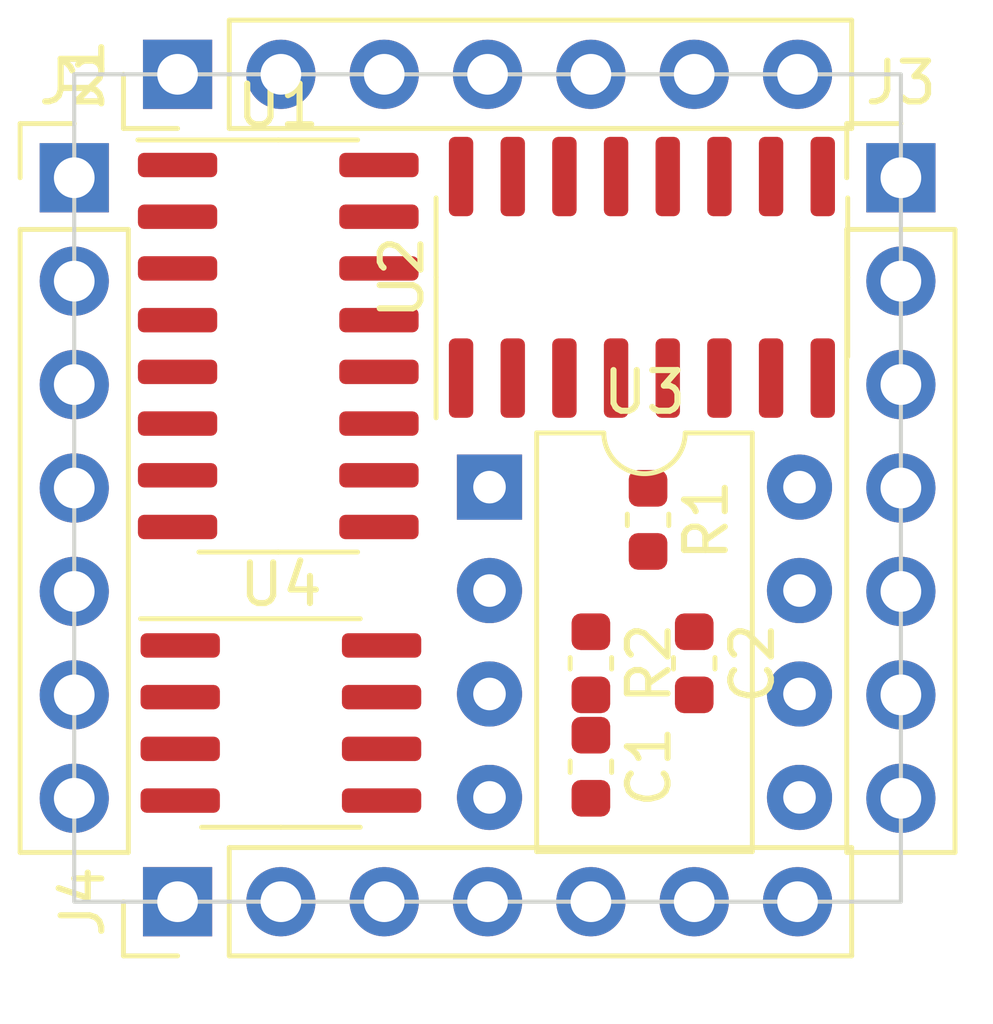
<source format=kicad_pcb>
(kicad_pcb (version 20221018) (generator pcbnew)
  (layers (0 "F.Cu" signal) (31 "B.Cu" signal) (34 "B.Paste" user) (35 "F.Paste" user) (36 "B.SilkS" user "B.Silkscreen") (37 "F.SilkS" user "F.Silkscreen") (38 "B.Mask" user) (39 "F.Mask" user) (44 "Edge.Cuts" user))
  (net 0 "")
  (net 30 "GND")
  (net 31 "+5V")
  (net 32 "Net-(U4-CV)")
  (net 33 "/trigger")
  (net 34 "Net-(U4-DIS)")
  (net 35 "/bit_1")
  (net 36 "/bit_2")
  (net 37 "/bit_3")
  (net 38 "/bit_4")
  (net 39 "/bit_5")
  (net 40 "/bit_6")
  (net 41 "/bit_7")
  (net 42 "/stage_two_ser")
  (net 43 "/srclk")
  (net 44 "/rclk")
  (net 45 "/stage_one_ser")
  (net 46 "/bit_0")
  (net 47 "/bit_9")
  (net 48 "/bit_10")
  (net 49 "/bit_11")
  (net 50 "/bit_12")
  (net 51 "/bit_13")
  (net 52 "/bit_14")
  (net 53 "/bit_15")
  (net 54 "/bit_8")
  (net 55 "/ser_input")
  (footprint "Package_SO:SOIC-16_3.9x9.9mm_P1.27mm" (layer "F.Cu") (at 17.715 19.372505)
    (fp_text reference "U1" (at 0 -5.9) (layer "F.SilkS"))
    (fp_text value "74HC595")
    (fp_line (start 0 -5.06) (end -3.45 -5.06) (stroke (width 0.12)) (layer "F.SilkS"))
    (fp_line (start 0 -5.06) (end 1.95 -5.06) (stroke (width 0.12)) (layer "F.SilkS"))
    (fp_line (start 0 5.06) (end -1.95 5.06) (stroke (width 0.12)) (layer "F.SilkS"))
    (fp_line (start 0 5.06) (end 1.95 5.06) (stroke (width 0.12)) (layer "F.SilkS"))
    (pad "1" smd roundrect (at -2.475 -4.445) (size 1.95 0.6) (layers "F.Cu" "F.Paste" "F.Mask") (net 35 "/bit_1"))
    (pad "2" smd roundrect (at -2.475 -3.175) (size 1.95 0.6) (layers "F.Cu" "F.Paste" "F.Mask") (net 36 "/bit_2"))
    (pad "3" smd roundrect (at -2.475 -1.905) (size 1.95 0.6) (layers "F.Cu" "F.Paste" "F.Mask") (net 37 "/bit_3"))
    (pad "4" smd roundrect (at -2.475 -0.635) (size 1.95 0.6) (layers "F.Cu" "F.Paste" "F.Mask") (net 38 "/bit_4"))
    (pad "5" smd roundrect (at -2.475 0.635) (size 1.95 0.6) (layers "F.Cu" "F.Paste" "F.Mask") (net 39 "/bit_5"))
    (pad "6" smd roundrect (at -2.475 1.905) (size 1.95 0.6) (layers "F.Cu" "F.Paste" "F.Mask") (net 40 "/bit_6"))
    (pad "7" smd roundrect (at -2.475 3.175) (size 1.95 0.6) (layers "F.Cu" "F.Paste" "F.Mask") (net 41 "/bit_7"))
    (pad "8" smd roundrect (at -2.475 4.445) (size 1.95 0.6) (layers "F.Cu" "F.Paste" "F.Mask") (net 30 "GND"))
    (pad "9" smd roundrect (at 2.475 4.445) (size 1.95 0.6) (layers "F.Cu" "F.Paste" "F.Mask") (net 42 "/stage_two_ser"))
    (pad "10" smd roundrect (at 2.475 3.175) (size 1.95 0.6) (layers "F.Cu" "F.Paste" "F.Mask") (net 31 "+5V"))
    (pad "11" smd roundrect (at 2.475 1.905) (size 1.95 0.6) (layers "F.Cu" "F.Paste" "F.Mask") (net 43 "/srclk"))
    (pad "12" smd roundrect (at 2.475 0.635) (size 1.95 0.6) (layers "F.Cu" "F.Paste" "F.Mask") (net 44 "/rclk"))
    (pad "13" smd roundrect (at 2.475 -0.635) (size 1.95 0.6) (layers "F.Cu" "F.Paste" "F.Mask") (net 30 "GND"))
    (pad "14" smd roundrect (at 2.475 -1.905) (size 1.95 0.6) (layers "F.Cu" "F.Paste" "F.Mask") (net 45 "/stage_one_ser"))
    (pad "15" smd roundrect (at 2.475 -3.175) (size 1.95 0.6) (layers "F.Cu" "F.Paste" "F.Mask") (net 46 "/bit_0"))
    (pad "16" smd roundrect (at 2.475 -4.445) (size 1.95 0.6) (layers "F.Cu" "F.Paste" "F.Mask") (net 31 "+5V"))
  )
  (footprint "Package_SO:SOIC-8_3.9x4.9mm_P1.27mm" (layer "F.Cu") (at 17.78 28.63123)
    (fp_text reference "U4" (at 0 -3.4) (layer "F.SilkS"))
    (fp_text value "NA555D")
    (fp_line (start 0 -2.56) (end -3.45 -2.56) (stroke (width 0.12)) (layer "F.SilkS"))
    (fp_line (start 0 -2.56) (end 1.95 -2.56) (stroke (width 0.12)) (layer "F.SilkS"))
    (fp_line (start 0 2.56) (end -1.95 2.56) (stroke (width 0.12)) (layer "F.SilkS"))
    (fp_line (start 0 2.56) (end 1.95 2.56) (stroke (width 0.12)) (layer "F.SilkS"))
    (pad "1" smd roundrect (at -2.475 -1.905) (size 1.95 0.6) (layers "F.Cu" "F.Paste" "F.Mask") (net 30 "GND"))
    (pad "2" smd roundrect (at -2.475 -0.635) (size 1.95 0.6) (layers "F.Cu" "F.Paste" "F.Mask") (net 33 "/trigger"))
    (pad "3" smd roundrect (at -2.475 0.635) (size 1.95 0.6) (layers "F.Cu" "F.Paste" "F.Mask") (net 43 "/srclk"))
    (pad "4" smd roundrect (at -2.475 1.905) (size 1.95 0.6) (layers "F.Cu" "F.Paste" "F.Mask") (net 31 "+5V"))
    (pad "5" smd roundrect (at 2.475 1.905) (size 1.95 0.6) (layers "F.Cu" "F.Paste" "F.Mask") (net 32 "Net-(U4-CV)"))
    (pad "6" smd roundrect (at 2.475 0.635) (size 1.95 0.6) (layers "F.Cu" "F.Paste" "F.Mask") (net 33 "/trigger"))
    (pad "7" smd roundrect (at 2.475 -0.635) (size 1.95 0.6) (layers "F.Cu" "F.Paste" "F.Mask") (net 34 "Net-(U4-DIS)"))
    (pad "8" smd roundrect (at 2.475 -1.905) (size 1.95 0.6) (layers "F.Cu" "F.Paste" "F.Mask") (net 31 "+5V"))
  )
  (footprint "Connector_PinHeader_2.54mm:PinHeader_1x07_P2.54mm_Vertical" (layer "F.Cu") (at 33.02 15.24)
    (fp_text reference "J3" (at 0 -2.33) (layer "F.SilkS"))
    (fp_text value "RIGHT")
    (fp_line (start -1.33 -1.33) (end 0 -1.33) (stroke (width 0.12)) (layer "F.SilkS"))
    (fp_line (start -1.33 0) (end -1.33 -1.33) (stroke (width 0.12)) (layer "F.SilkS"))
    (fp_line (start -1.33 1.27) (end -1.33 16.57) (stroke (width 0.12)) (layer "F.SilkS"))
    (fp_line (start -1.33 1.27) (end 1.33 1.27) (stroke (width 0.12)) (layer "F.SilkS"))
    (fp_line (start -1.33 16.57) (end 1.33 16.57) (stroke (width 0.12)) (layer "F.SilkS"))
    (fp_line (start 1.33 1.27) (end 1.33 16.57) (stroke (width 0.12)) (layer "F.SilkS"))
    (pad "1" thru_hole rect (at 0 0) (size 1.7 1.7) (drill 1) (layers "*.Cu" "*.Mask"))
    (pad "2" thru_hole oval (at 0 2.54) (size 1.7 1.7) (drill 1) (layers "*.Cu" "*.Mask"))
    (pad "3" thru_hole oval (at 0 5.08) (size 1.7 1.7) (drill 1) (layers "*.Cu" "*.Mask"))
    (pad "4" thru_hole oval (at 0 7.62) (size 1.7 1.7) (drill 1) (layers "*.Cu" "*.Mask"))
    (pad "5" thru_hole oval (at 0 10.16) (size 1.7 1.7) (drill 1) (layers "*.Cu" "*.Mask"))
    (pad "6" thru_hole oval (at 0 12.7) (size 1.7 1.7) (drill 1) (layers "*.Cu" "*.Mask"))
    (pad "7" thru_hole oval (at 0 15.24) (size 1.7 1.7) (drill 1) (layers "*.Cu" "*.Mask"))
  )
  (footprint "Capacitor_SMD:C_0603_1608Metric" (layer "F.Cu") (at 26.805226 23.642565 -90)
    (fp_text reference "R1" (at 0 -1.43 90) (layer "F.SilkS"))
    (fp_text value "R")
    (fp_line (start -0.14058 -0.51) (end 0.14058 -0.51) (stroke (width 0.12)) (layer "F.SilkS"))
    (fp_line (start -0.14058 0.51) (end 0.14058 0.51) (stroke (width 0.12)) (layer "F.SilkS"))
    (pad "1" smd roundrect (at -0.775 0 270) (size 0.9 0.95) (layers "F.Cu" "F.Paste" "F.Mask") (net 31 "+5V"))
    (pad "2" smd roundrect (at 0.775 0 270) (size 0.9 0.95) (layers "F.Cu" "F.Paste" "F.Mask") (net 34 "Net-(U4-DIS)"))
  )
  (footprint "Connector_PinHeader_2.54mm:PinHeader_1x07_P2.54mm_Vertical" (layer "F.Cu") (at 15.24 33.02 90)
    (fp_text reference "J4" (at 0 -2.33 90) (layer "F.SilkS"))
    (fp_text value "BOTTOM")
    (fp_line (start -1.33 -1.33) (end 0 -1.33) (stroke (width 0.12)) (layer "F.SilkS"))
    (fp_line (start -1.33 0) (end -1.33 -1.33) (stroke (width 0.12)) (layer "F.SilkS"))
    (fp_line (start -1.33 1.27) (end -1.33 16.57) (stroke (width 0.12)) (layer "F.SilkS"))
    (fp_line (start -1.33 1.27) (end 1.33 1.27) (stroke (width 0.12)) (layer "F.SilkS"))
    (fp_line (start -1.33 16.57) (end 1.33 16.57) (stroke (width 0.12)) (layer "F.SilkS"))
    (fp_line (start 1.33 1.27) (end 1.33 16.57) (stroke (width 0.12)) (layer "F.SilkS"))
    (pad "1" thru_hole rect (at 0 0 90) (size 1.7 1.7) (drill 1) (layers "*.Cu" "*.Mask"))
    (pad "2" thru_hole oval (at 0 2.54 90) (size 1.7 1.7) (drill 1) (layers "*.Cu" "*.Mask"))
    (pad "3" thru_hole oval (at 0 5.08 90) (size 1.7 1.7) (drill 1) (layers "*.Cu" "*.Mask"))
    (pad "4" thru_hole oval (at 0 7.62 90) (size 1.7 1.7) (drill 1) (layers "*.Cu" "*.Mask"))
    (pad "5" thru_hole oval (at 0 10.16 90) (size 1.7 1.7) (drill 1) (layers "*.Cu" "*.Mask"))
    (pad "6" thru_hole oval (at 0 12.7 90) (size 1.7 1.7) (drill 1) (layers "*.Cu" "*.Mask"))
    (pad "7" thru_hole oval (at 0 15.24 90) (size 1.7 1.7) (drill 1) (layers "*.Cu" "*.Mask"))
  )
  (footprint "Capacitor_SMD:C_0603_1608Metric" (layer "F.Cu") (at 27.94 27.165 -90)
    (fp_text reference "C2" (at 0 -1.43 90) (layer "F.SilkS"))
    (fp_text value "C")
    (fp_line (start -0.14058 -0.51) (end 0.14058 -0.51) (stroke (width 0.12)) (layer "F.SilkS"))
    (fp_line (start -0.14058 0.51) (end 0.14058 0.51) (stroke (width 0.12)) (layer "F.SilkS"))
    (pad "1" smd roundrect (at -0.775 0 270) (size 0.9 0.95) (layers "F.Cu" "F.Paste" "F.Mask") (net 33 "/trigger"))
    (pad "2" smd roundrect (at 0.775 0 270) (size 0.9 0.95) (layers "F.Cu" "F.Paste" "F.Mask") (net 30 "GND"))
  )
  (footprint "Capacitor_SMD:C_0603_1608Metric" (layer "F.Cu") (at 25.4 29.705 -90)
    (fp_text reference "C1" (at 0 -1.43 90) (layer "F.SilkS"))
    (fp_text value "C")
    (fp_line (start -0.14058 -0.51) (end 0.14058 -0.51) (stroke (width 0.12)) (layer "F.SilkS"))
    (fp_line (start -0.14058 0.51) (end 0.14058 0.51) (stroke (width 0.12)) (layer "F.SilkS"))
    (pad "1" smd roundrect (at -0.775 0 270) (size 0.9 0.95) (layers "F.Cu" "F.Paste" "F.Mask") (net 32 "Net-(U4-CV)"))
    (pad "2" smd roundrect (at 0.775 0 270) (size 0.9 0.95) (layers "F.Cu" "F.Paste" "F.Mask") (net 30 "GND"))
  )
  (footprint "Capacitor_SMD:C_0603_1608Metric" (layer "F.Cu") (at 25.4 27.165 -90)
    (fp_text reference "R2" (at 0 -1.43 90) (layer "F.SilkS"))
    (fp_text value "R")
    (fp_line (start -0.14058 -0.51) (end 0.14058 -0.51) (stroke (width 0.12)) (layer "F.SilkS"))
    (fp_line (start -0.14058 0.51) (end 0.14058 0.51) (stroke (width 0.12)) (layer "F.SilkS"))
    (pad "1" smd roundrect (at -0.775 0 270) (size 0.9 0.95) (layers "F.Cu" "F.Paste" "F.Mask") (net 34 "Net-(U4-DIS)"))
    (pad "2" smd roundrect (at 0.775 0 270) (size 0.9 0.95) (layers "F.Cu" "F.Paste" "F.Mask") (net 33 "/trigger"))
  )
  (footprint "Connector_PinHeader_2.54mm:PinHeader_1x07_P2.54mm_Vertical" (layer "F.Cu") (at 12.7 15.24)
    (fp_text reference "J2" (at 0 -2.33) (layer "F.SilkS"))
    (fp_text value "LEFT")
    (fp_line (start -1.33 -1.33) (end 0 -1.33) (stroke (width 0.12)) (layer "F.SilkS"))
    (fp_line (start -1.33 0) (end -1.33 -1.33) (stroke (width 0.12)) (layer "F.SilkS"))
    (fp_line (start -1.33 1.27) (end -1.33 16.57) (stroke (width 0.12)) (layer "F.SilkS"))
    (fp_line (start -1.33 1.27) (end 1.33 1.27) (stroke (width 0.12)) (layer "F.SilkS"))
    (fp_line (start -1.33 16.57) (end 1.33 16.57) (stroke (width 0.12)) (layer "F.SilkS"))
    (fp_line (start 1.33 1.27) (end 1.33 16.57) (stroke (width 0.12)) (layer "F.SilkS"))
    (pad "1" thru_hole rect (at 0 0) (size 1.7 1.7) (drill 1) (layers "*.Cu" "*.Mask"))
    (pad "2" thru_hole oval (at 0 2.54) (size 1.7 1.7) (drill 1) (layers "*.Cu" "*.Mask"))
    (pad "3" thru_hole oval (at 0 5.08) (size 1.7 1.7) (drill 1) (layers "*.Cu" "*.Mask"))
    (pad "4" thru_hole oval (at 0 7.62) (size 1.7 1.7) (drill 1) (layers "*.Cu" "*.Mask"))
    (pad "5" thru_hole oval (at 0 10.16) (size 1.7 1.7) (drill 1) (layers "*.Cu" "*.Mask"))
    (pad "6" thru_hole oval (at 0 12.7) (size 1.7 1.7) (drill 1) (layers "*.Cu" "*.Mask"))
    (pad "7" thru_hole oval (at 0 15.24) (size 1.7 1.7) (drill 1) (layers "*.Cu" "*.Mask"))
  )
  (footprint "Package_DIP:DIP-8_W7.62mm" (layer "F.Cu") (at 22.907752 22.838423)
    (fp_text reference "U3" (at 3.81 -2.33) (layer "F.SilkS"))
    (fp_text value "~")
    (fp_line (start 1.16 -1.33) (end 1.16 8.95) (stroke (width 0.12)) (layer "F.SilkS"))
    (fp_line (start 1.16 8.95) (end 6.46 8.95) (stroke (width 0.12)) (layer "F.SilkS"))
    (fp_line (start 2.81 -1.33) (end 1.16 -1.33) (stroke (width 0.12)) (layer "F.SilkS"))
    (fp_line (start 6.46 -1.33) (end 4.81 -1.33) (stroke (width 0.12)) (layer "F.SilkS"))
    (fp_line (start 6.46 8.95) (end 6.46 -1.33) (stroke (width 0.12)) (layer "F.SilkS"))
    (fp_arc (start 4.81 -1.33) (mid 3.81 -0.33) (end 2.81 -1.33) (stroke (width 0.12)) (layer "F.SilkS"))
    (pad "1" thru_hole rect (at 0 0) (size 1.6 1.6) (drill 0.8) (layers "*.Cu" "*.Mask") (net 30 "GND"))
    (pad "2" thru_hole oval (at 0 2.54) (size 1.6 1.6) (drill 0.8) (layers "*.Cu" "*.Mask") (net 45 "/stage_one_ser"))
    (pad "3" thru_hole oval (at 0 5.08) (size 1.6 1.6) (drill 0.8) (layers "*.Cu" "*.Mask") (net 30 "GND"))
    (pad "4" thru_hole oval (at 0 7.62) (size 1.6 1.6) (drill 0.8) (layers "*.Cu" "*.Mask") (net 30 "GND"))
    (pad "5" thru_hole oval (at 7.62 7.62) (size 1.6 1.6) (drill 0.8) (layers "*.Cu" "*.Mask") (net 55 "/ser_input"))
    (pad "6" thru_hole oval (at 7.62 5.08) (size 1.6 1.6) (drill 0.8) (layers "*.Cu" "*.Mask") (net 43 "/srclk"))
    (pad "7" thru_hole oval (at 7.62 2.54) (size 1.6 1.6) (drill 0.8) (layers "*.Cu" "*.Mask") (net 31 "+5V"))
    (pad "8" thru_hole oval (at 7.62 0) (size 1.6 1.6) (drill 0.8) (layers "*.Cu" "*.Mask") (net 31 "+5V"))
  )
  (footprint "Package_SO:SOIC-16_3.9x9.9mm_P1.27mm" (layer "F.Cu") (at 26.654095 17.685502 90)
    (fp_text reference "U2" (at 0 -5.9 90) (layer "F.SilkS"))
    (fp_text value "74HC595")
    (fp_line (start 0 -5.06) (end -3.45 -5.06) (stroke (width 0.12)) (layer "F.SilkS"))
    (fp_line (start 0 -5.06) (end 1.95 -5.06) (stroke (width 0.12)) (layer "F.SilkS"))
    (fp_line (start 0 5.06) (end -1.95 5.06) (stroke (width 0.12)) (layer "F.SilkS"))
    (fp_line (start 0 5.06) (end 1.95 5.06) (stroke (width 0.12)) (layer "F.SilkS"))
    (pad "1" smd roundrect (at -2.475 -4.445 90) (size 1.95 0.6) (layers "F.Cu" "F.Paste" "F.Mask") (net 47 "/bit_9"))
    (pad "2" smd roundrect (at -2.475 -3.175 90) (size 1.95 0.6) (layers "F.Cu" "F.Paste" "F.Mask") (net 48 "/bit_10"))
    (pad "3" smd roundrect (at -2.475 -1.905 90) (size 1.95 0.6) (layers "F.Cu" "F.Paste" "F.Mask") (net 49 "/bit_11"))
    (pad "4" smd roundrect (at -2.475 -0.635 90) (size 1.95 0.6) (layers "F.Cu" "F.Paste" "F.Mask") (net 50 "/bit_12"))
    (pad "5" smd roundrect (at -2.475 0.635 90) (size 1.95 0.6) (layers "F.Cu" "F.Paste" "F.Mask") (net 51 "/bit_13"))
    (pad "6" smd roundrect (at -2.475 1.905 90) (size 1.95 0.6) (layers "F.Cu" "F.Paste" "F.Mask") (net 52 "/bit_14"))
    (pad "7" smd roundrect (at -2.475 3.175 90) (size 1.95 0.6) (layers "F.Cu" "F.Paste" "F.Mask") (net 53 "/bit_15"))
    (pad "8" smd roundrect (at -2.475 4.445 90) (size 1.95 0.6) (layers "F.Cu" "F.Paste" "F.Mask") (net 30 "GND"))
    (pad "9" smd roundrect (at 2.475 4.445 90) (size 1.95 0.6) (layers "F.Cu" "F.Paste" "F.Mask"))
    (pad "10" smd roundrect (at 2.475 3.175 90) (size 1.95 0.6) (layers "F.Cu" "F.Paste" "F.Mask") (net 31 "+5V"))
    (pad "11" smd roundrect (at 2.475 1.905 90) (size 1.95 0.6) (layers "F.Cu" "F.Paste" "F.Mask") (net 43 "/srclk"))
    (pad "12" smd roundrect (at 2.475 0.635 90) (size 1.95 0.6) (layers "F.Cu" "F.Paste" "F.Mask") (net 44 "/rclk"))
    (pad "13" smd roundrect (at 2.475 -0.635 90) (size 1.95 0.6) (layers "F.Cu" "F.Paste" "F.Mask") (net 30 "GND"))
    (pad "14" smd roundrect (at 2.475 -1.905 90) (size 1.95 0.6) (layers "F.Cu" "F.Paste" "F.Mask") (net 42 "/stage_two_ser"))
    (pad "15" smd roundrect (at 2.475 -3.175 90) (size 1.95 0.6) (layers "F.Cu" "F.Paste" "F.Mask") (net 54 "/bit_8"))
    (pad "16" smd roundrect (at 2.475 -4.445 90) (size 1.95 0.6) (layers "F.Cu" "F.Paste" "F.Mask") (net 31 "+5V"))
  )
  (footprint "Connector_PinHeader_2.54mm:PinHeader_1x07_P2.54mm_Vertical" (layer "F.Cu") (at 15.24 12.7 90)
    (fp_text reference "J1" (at 0 -2.33 90) (layer "F.SilkS"))
    (fp_text value "TOP")
    (fp_line (start -1.33 -1.33) (end 0 -1.33) (stroke (width 0.12)) (layer "F.SilkS"))
    (fp_line (start -1.33 0) (end -1.33 -1.33) (stroke (width 0.12)) (layer "F.SilkS"))
    (fp_line (start -1.33 1.27) (end -1.33 16.57) (stroke (width 0.12)) (layer "F.SilkS"))
    (fp_line (start -1.33 1.27) (end 1.33 1.27) (stroke (width 0.12)) (layer "F.SilkS"))
    (fp_line (start -1.33 16.57) (end 1.33 16.57) (stroke (width 0.12)) (layer "F.SilkS"))
    (fp_line (start 1.33 1.27) (end 1.33 16.57) (stroke (width 0.12)) (layer "F.SilkS"))
    (pad "1" thru_hole rect (at 0 0 90) (size 1.7 1.7) (drill 1) (layers "*.Cu" "*.Mask"))
    (pad "2" thru_hole oval (at 0 2.54 90) (size 1.7 1.7) (drill 1) (layers "*.Cu" "*.Mask"))
    (pad "3" thru_hole oval (at 0 5.08 90) (size 1.7 1.7) (drill 1) (layers "*.Cu" "*.Mask"))
    (pad "4" thru_hole oval (at 0 7.62 90) (size 1.7 1.7) (drill 1) (layers "*.Cu" "*.Mask"))
    (pad "5" thru_hole oval (at 0 10.16 90) (size 1.7 1.7) (drill 1) (layers "*.Cu" "*.Mask"))
    (pad "6" thru_hole oval (at 0 12.7 90) (size 1.7 1.7) (drill 1) (layers "*.Cu" "*.Mask"))
    (pad "7" thru_hole oval (at 0 15.24 90) (size 1.7 1.7) (drill 1) (layers "*.Cu" "*.Mask"))
  )
  (gr_rect (start 12.7 12.7) (end 33.02 33.02) (stroke (width 0.1)) (fill none) (layer "Edge.Cuts"))
)
</source>
